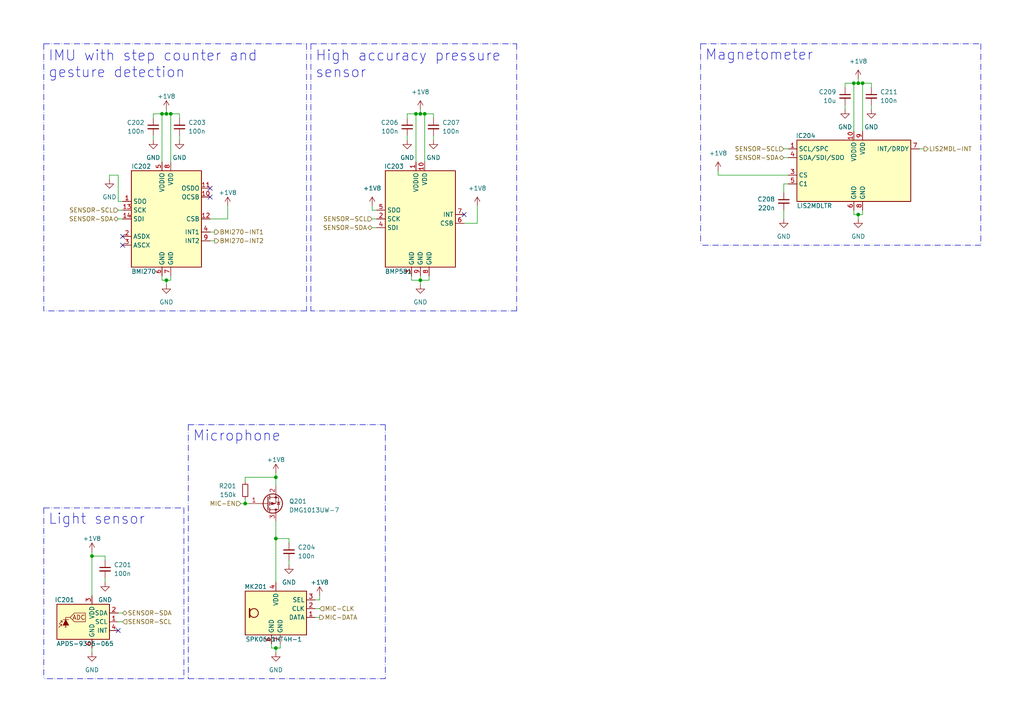
<source format=kicad_sch>
(kicad_sch (version 20250114) (generator "eeschema") (generator_version "9.0")
  (paper "A4")
  (title_block (title "ZSWatch v3") (date "2025-05-05") (rev "0") (company "github.com/jakkra/ZSWatch-HW"))
  (lib_symbols
    (symbol "Bosch_Kampi:BMI270"
      (property "Reference" "IC" (at -8.89 15.24 0))
      (property "Value" "BMI270" (at 0 0 0))
      (symbol "BMI270_1_0"
        (pin bidirectional line (at -12.7 5.08 0) (length 2.54) (name "SDO") (number "1"))
        (pin passive line (at -12.7 2.54 0) (length 2.54) (name "SCK") (number "13"))
        (pin bidirectional line (at -12.7 0 0) (length 2.54) (name "SDI") (number "14"))
        (pin passive line (at -12.7 -5.08 0) (length 2.54) (name "ASDX") (number "2"))
        (pin passive line (at -12.7 -7.62 0) (length 2.54) (name "ASCX") (number "3"))
        (pin power_in line (at -1.27 16.51 270) (length 2.54) (name "VDDIO") (number "5"))
        (pin power_in line (at -1.27 -16.51 90) (length 2.54) (name "GND") (number "6"))
        (pin power_in line (at 1.27 16.51 270) (length 2.54) (name "VDD") (number "8"))
        (pin power_in line (at 1.27 -16.51 90) (length 2.54) (name "GND") (number "7"))
        (pin passive line (at 12.7 8.89 180) (length 2.54) (name "OSDO") (number "11"))
        (pin passive line (at 12.7 6.35 180) (length 2.54) (name "OCSB") (number "10"))
        (pin passive line (at 12.7 0 180) (length 2.54) (name "CSB") (number "12"))
        (pin output line (at 12.7 -3.81 180) (length 2.54) (name "INT1") (number "4"))
        (pin output line (at 12.7 -6.35 180) (length 2.54) (name "INT2") (number "9"))
      )
      (symbol "BMI270_1_1"
        (polyline (pts (xy -10.16 13.97) (xy 10.16 13.97) (xy 10.16 -13.97) (xy -10.16 -13.97) (xy -10.16 13.97)) (stroke (width 0.254)) (fill (type background)))
      )
    )
    (symbol "Bosch_Kampi:BMP581"
      (property "Reference" "IC" (at -8.89 15.24 0))
      (symbol "BMP581_1_0"
        (pin bidirectional line (at -12.7 2.54 0) (length 2.54) (name "SDO") (number "5"))
        (pin input line (at -12.7 0 0) (length 2.54) (name "SCK") (number "2"))
        (pin bidirectional line (at -12.7 -2.54 0) (length 2.54) (name "SDI") (number "4"))
        (pin power_in line (at -2.54 -16.51 90) (length 2.54) (name "GND") (number "3"))
        (pin passive line (at -1.27 16.51 270) (length 2.54) (name "VDDIO") (number "1"))
        (pin power_in line (at 0 -16.51 90) (length 2.54) (name "GND") (number "9"))
        (pin passive line (at 1.27 16.51 270) (length 2.54) (name "VDD") (number "10"))
        (pin power_in line (at 2.54 -16.51 90) (length 2.54) (name "GND") (number "8"))
        (pin passive line (at 12.7 1.27 180) (length 2.54) (name "INT") (number "7"))
        (pin passive line (at 12.7 -1.27 180) (length 2.54) (name "CSB") (number "6"))
      )
      (symbol "BMP581_1_1"
        (polyline (pts (xy -10.16 13.97) (xy 10.16 13.97) (xy 10.16 -13.97) (xy -10.16 -13.97) (xy -10.16 13.97)) (stroke (width 0.254)) (fill (type background)))
      )
    )
    (symbol "Device:C_Small" (pin_numbers (hide yes)) (pin_names (offset 0.254) (hide yes))
      (property "Reference" "C" (at 0.254 1.778 0))
      (property "Value" "C_Small" (at 0.254 -2.032 0))
      (symbol "C_Small_0_1"
        (polyline (pts (xy -1.524 0.508) (xy 1.524 0.508)) (stroke (width 0.3048)))
        (polyline (pts (xy -1.524 -0.508) (xy 1.524 -0.508)) (stroke (width 0.3302)))
      )
      (symbol "C_Small_1_1"
        (pin passive line (at 0 2.54 270) (length 2.032) (name "~") (number "1"))
        (pin passive line (at 0 -2.54 90) (length 2.032) (name "~") (number "2"))
      )
    )
    (symbol "Device:R_Small" (pin_numbers (hide yes)) (pin_names (offset 0.254) (hide yes))
      (property "Reference" "R" (at 0.762 0.508 0))
      (property "Value" "R_Small" (at 0.762 -1.016 0))
      (symbol "R_Small_0_1"
        (rectangle (start -0.762 1.778) (end 0.762 -1.778) (stroke (width 0.2032)))
      )
      (symbol "R_Small_1_1"
        (pin passive line (at 0 2.54 270) (length 0.762) (name "~") (number "1"))
        (pin passive line (at 0 -2.54 90) (length 0.762) (name "~") (number "2"))
      )
    )
    (symbol "Diodes Incorporated:DMG1013UW-7" (pin_names (hide yes))
      (property "Reference" "Q" (at 2.54 1.905 0))
      (property "Value" "DMG1013UW-7" (at -6.35 0 0))
      (symbol "DMG1013UW-7_0_1"
        (polyline (pts (xy -2.286 1.905) (xy -2.286 -1.905)) (stroke (width 0.254)))
        (polyline (pts (xy -2.286 0) (xy -5.08 0)))
        (polyline (pts (xy -1.778 2.286) (xy -1.778 1.27)) (stroke (width 0.254)))
        (polyline (pts (xy -1.778 1.778) (xy 0.762 1.778) (xy 0.762 -1.778) (xy -1.778 -1.778)))
        (polyline (pts (xy -1.778 0.508) (xy -1.778 -0.508)) (stroke (width 0.254)))
        (polyline (pts (xy -1.778 -1.27) (xy -1.778 -2.286)) (stroke (width 0.254)))
        (circle (center -0.889 0) (radius 2.794) (stroke (width 0.254)))
        (polyline (pts (xy -0.254 0) (xy -1.27 0.381) (xy -1.27 -0.381) (xy -0.254 0)) (fill (type outline)))
        (polyline (pts (xy 0 2.54) (xy 0 1.778)))
        (circle (center 0 1.778) (radius 0.254) (fill (type outline)))
        (circle (center 0 -1.778) (radius 0.254) (fill (type outline)))
        (polyline (pts (xy 0 -2.54) (xy 0 0) (xy -1.778 0)))
        (polyline (pts (xy 0.254 -0.508) (xy 0.381 -0.381) (xy 1.143 -0.381) (xy 1.27 -0.254)))
        (polyline (pts (xy 0.762 -0.381) (xy 0.381 0.254) (xy 1.143 0.254) (xy 0.762 -0.381)))
      )
      (symbol "DMG1013UW-7_1_1"
        (pin input line (at -7.62 0 0) (length 2.54) (name "G") (number "1"))
        (pin passive line (at 0 5.08 270) (length 2.54) (name "D") (number "3"))
        (pin passive line (at 0 -5.08 90) (length 2.54) (name "S") (number "2"))
      )
    )
    (symbol "Knowles:SPK0641HT4H-1"
      (property "Reference" "MK" (at -7.62 7.62 0))
      (property "Value" "SPK0641HT4H-1" (at -1.27 -7.62 0))
      (symbol "SPK0641HT4H-1_1_1"
        (rectangle (start -8.89 6.35) (end 8.89 -6.35) (stroke (width 0.254)) (fill (type background)))
        (polyline (pts (xy -7.62 1.27) (xy -7.62 -1.27)) (stroke (width 0.381)))
        (circle (center -6.35 0) (radius 1.27) (stroke (width 0.254)))
        (pin power_in line (at -1.27 -8.89 90) (length 2.54) (hide yes) (name "GND") (number "5"))
        (pin power_in line (at -1.27 -8.89 90) (length 2.54) (name "GND") (number "6"))
        (pin power_in line (at 0 8.89 270) (length 2.54) (name "VDD") (number "4"))
        (pin power_in line (at 1.27 -8.89 90) (length 2.54) (name "GND") (number "7"))
        (pin power_in line (at 1.27 -8.89 90) (length 2.54) (hide yes) (name "GND") (number "8"))
        (pin input line (at 11.43 3.81 180) (length 2.54) (name "SEL") (number "3"))
        (pin input line (at 11.43 1.27 180) (length 2.54) (name "CLK") (number "2"))
        (pin output line (at 11.43 -1.27 180) (length 2.54) (name "DATA") (number "1"))
      )
    )
    (symbol "ST:LIS2MDLTR"
      (property "Reference" "IC" (at -16.51 11.43 0))
      (symbol "LIS2MDLTR_1_0"
        (pin passive line (at -20.32 7.62 0) (length 2.54) (name "SCL/SPC") (number "1"))
        (pin passive line (at -20.32 5.08 0) (length 2.54) (name "SDA/SDI/SDO") (number "4"))
        (pin passive line (at -20.32 0 0) (length 2.54) (name "CS") (number "3"))
        (pin passive line (at -20.32 -2.54 0) (length 2.54) (name "C1") (number "5"))
        (pin power_in line (at -1.27 12.7 270) (length 2.54) (name "VDDIO") (number "10"))
        (pin passive line (at -1.27 -10.16 90) (length 2.54) (name "GND") (number "6"))
        (pin power_in line (at 1.27 12.7 270) (length 2.54) (name "VDD") (number "9"))
        (pin passive line (at 1.27 -10.16 90) (length 2.54) (name "GND") (number "8"))
        (pin passive line (at 17.78 7.62 180) (length 2.54) (name "INT/DRDY") (number "7"))
        (pin no_connect line (at 17.78 0 180) (length 2.54) (hide yes) (name "NC") (number "2"))
        (pin no_connect line (at 17.78 -2.54 180) (length 2.54) (hide yes) (name "NC") (number "11"))
        (pin no_connect line (at 17.78 -5.08 180) (length 2.54) (hide yes) (name "NC") (number "12"))
      )
      (symbol "LIS2MDLTR_1_1"
        (polyline (pts (xy -17.78 10.16) (xy 15.24 10.16) (xy 15.24 -7.62) (xy -17.78 -7.62) (xy -17.78 10.16)) (stroke (width 0.254)) (fill (type background)))
      )
    )
    (symbol "Sensor_Optical:APDS-9306-065"
      (property "Reference" "U" (at -6.35 6.35 0))
      (property "Value" "APDS-9306-065" (at 3.81 6.35 0))
      (symbol "APDS-9306-065_0_0"
        (polyline (pts (xy -3.81 1.27) (xy -2.54 2.54) (xy 0.635 2.54) (xy 0.635 0) (xy -2.54 0) (xy -3.81 1.27)))
        (text "ADC" (at -1.27 1.27 0) (effects (font (size 1.27 1.27))))
      )
      (symbol "APDS-9306-065_0_1"
        (rectangle (start -7.62 5.08) (end 7.62 -5.08) (stroke (width 0.254)) (fill (type background)))
      )
      (symbol "APDS-9306-065_1_0"
        (polyline (pts (xy -5.08 -1.524) (xy -5.08 1.27) (xy -3.81 1.27)))
      )
      (symbol "APDS-9306-065_1_1"
        (polyline (pts (xy -6.223 -0.762) (xy -7.112 -1.651)))
        (polyline (pts (xy -6.223 -0.762) (xy -6.731 -0.762)))
        (polyline (pts (xy -6.223 -0.762) (xy -6.223 -1.27)))
        (polyline (pts (xy -6.096 0.254) (xy -6.985 -0.635)))
        (polyline (pts (xy -6.096 0.254) (xy -6.604 0.254)))
        (polyline (pts (xy -6.096 0.254) (xy -6.096 -0.254)))
        (polyline (pts (xy -5.842 0.635) (xy -4.191 0.635)))
        (polyline (pts (xy -5.842 -1.016) (xy -4.191 -1.016) (xy -5.08 0.635) (xy -5.842 -1.016)) (fill (type outline)))
        (polyline (pts (xy -4.826 -1.524) (xy -5.334 -1.524)))
        (pin no_connect line (at -7.62 2.54 0) (length 2.54) (hide yes) (name "NC") (number "5"))
        (pin power_in line (at 2.54 7.62 270) (length 2.54) (name "VDD") (number "3"))
        (pin power_in line (at 2.54 -7.62 90) (length 2.54) (name "GND") (number "6"))
        (pin bidirectional line (at 10.16 2.54 180) (length 2.54) (name "SDA") (number "2"))
        (pin input line (at 10.16 0 180) (length 2.54) (name "SCL") (number "1"))
        (pin open_collector line (at 10.16 -2.54 180) (length 2.54) (name "INT") (number "4"))
      )
    )
    (symbol "power:+1V8" (power) (pin_names (offset 0))
      (property "Value" "+1V8" (at 0 3.556 0))
      (symbol "+1V8_0_1"
        (polyline (pts (xy -0.762 1.27) (xy 0 2.54)))
        (polyline (pts (xy 0 2.54) (xy 0.762 1.27)))
        (polyline (pts (xy 0 0) (xy 0 2.54)))
      )
      (symbol "+1V8_1_1"
        (pin power_in line (at 0 0 90) (length 0) (hide yes) (name "+1V8") (number "1"))
      )
    )
    (symbol "power:GND" (power) (pin_names (offset 0))
      (property "Value" "GND" (at 0 -3.81 0))
      (symbol "GND_0_1"
        (polyline (pts (xy 0 0) (xy 0 -1.27) (xy 1.27 -1.27) (xy 0 -2.54) (xy -1.27 -1.27) (xy 0 -1.27)))
      )
      (symbol "GND_1_1"
        (pin power_in line (at 0 0 270) (length 0) (hide yes) (name "GND") (number "1"))
      )
    )
  )
  (text "Magnetometer" (at 204.47 17.78 0) (effects (font (size 3 3)) (justify left bottom)))
  (text "High accuracy pressure\nsensor" (at 91.44 22.86 0) (effects (font (size 3 3)) (justify left bottom)))
  (text "Microphone" (at 55.88 128.27 0) (effects (font (size 3 3)) (justify left bottom)))
  (text "Light sensor" (at 13.97 152.4 0) (effects (font (size 3 3)) (justify left bottom)))
  (text "IMU with step counter and\ngesture detection" (at 13.97 22.86 0) (effects (font (size 3 3)) (justify left bottom)))
  (junction (at 71.12 146.05))
  (junction (at 48.26 81.28))
  (junction (at 80.01 156.21))
  (junction (at 248.92 62.23))
  (junction (at 247.65 24.13))
  (junction (at 123.19 33.02))
  (junction (at 80.01 138.43))
  (junction (at 250.19 24.13))
  (junction (at 121.92 81.28))
  (junction (at 49.53 33.02))
  (junction (at 48.26 33.02))
  (junction (at 26.67 161.29))
  (junction (at 248.92 24.13))
  (junction (at 120.65 33.02))
  (junction (at 80.01 187.96))
  (junction (at 121.92 33.02))
  (junction (at 46.99 33.02))
  (no_connect (at 35.56 68.58))
  (no_connect (at 60.96 57.15))
  (no_connect (at 60.96 54.61))
  (no_connect (at 34.29 182.88))
  (no_connect (at 134.62 62.23))
  (no_connect (at 35.56 71.12))
  (wire (pts (xy 92.71 172.72) (xy 92.71 173.99)))
  (polyline (pts (xy 111.76 123.19) (xy 111.76 196.85)) (stroke (width 0) (type dash_dot)))
  (wire (pts (xy 78.74 187.96) (xy 80.01 187.96)))
  (wire (pts (xy 48.26 33.02) (xy 49.53 33.02)))
  (wire (pts (xy 250.19 24.13) (xy 252.73 24.13)))
  (wire (pts (xy 119.38 80.01) (xy 119.38 81.28)))
  (wire (pts (xy 46.99 81.28) (xy 48.26 81.28)))
  (wire (pts (xy 81.28 187.96) (xy 81.28 186.69)))
  (wire (pts (xy 60.96 63.5) (xy 66.04 63.5)))
  (wire (pts (xy 121.92 81.28) (xy 121.92 82.55)))
  (wire (pts (xy 125.73 33.02) (xy 123.19 33.02)))
  (wire (pts (xy 83.82 162.56) (xy 83.82 163.83)))
  (wire (pts (xy 49.53 80.01) (xy 49.53 81.28)))
  (polyline (pts (xy 88.9 90.17) (xy 12.7 90.17)) (stroke (width 0) (type dash_dot)))
  (polyline (pts (xy 203.2 12.7) (xy 284.48 12.7)) (stroke (width 0) (type dash_dot)))
  (wire (pts (xy 248.92 63.5) (xy 248.92 62.23)))
  (wire (pts (xy 44.45 39.37) (xy 44.45 40.64)))
  (wire (pts (xy 109.22 66.04) (xy 107.95 66.04)))
  (polyline (pts (xy 90.17 12.7) (xy 90.17 90.17)) (stroke (width 0) (type dash_dot)))
  (wire (pts (xy 30.48 162.56) (xy 30.48 161.29)))
  (wire (pts (xy 266.7 43.18) (xy 267.97 43.18)))
  (polyline (pts (xy 88.9 12.7) (xy 88.9 90.17)) (stroke (width 0) (type dash_dot)))
  (wire (pts (xy 125.73 39.37) (xy 125.73 40.64)))
  (polyline (pts (xy 90.17 12.7) (xy 149.86 12.7)) (stroke (width 0) (type dash_dot)))
  (wire (pts (xy 80.01 156.21) (xy 80.01 168.91)))
  (wire (pts (xy 34.29 63.5) (xy 35.56 63.5)))
  (wire (pts (xy 80.01 187.96) (xy 81.28 187.96)))
  (wire (pts (xy 62.23 67.31) (xy 60.96 67.31)))
  (wire (pts (xy 247.65 24.13) (xy 248.92 24.13)))
  (wire (pts (xy 107.95 60.96) (xy 107.95 59.69)))
  (polyline (pts (xy 12.7 147.32) (xy 53.34 147.32)) (stroke (width 0) (type dash_dot)))
  (wire (pts (xy 91.44 179.07) (xy 92.71 179.07)))
  (wire (pts (xy 60.96 69.85) (xy 62.23 69.85)))
  (wire (pts (xy 49.53 33.02) (xy 49.53 46.99)))
  (wire (pts (xy 252.73 24.13) (xy 252.73 25.4)))
  (wire (pts (xy 118.11 33.02) (xy 118.11 34.29)))
  (wire (pts (xy 78.74 186.69) (xy 78.74 187.96)))
  (wire (pts (xy 91.44 173.99) (xy 92.71 173.99)))
  (wire (pts (xy 91.44 176.53) (xy 92.71 176.53)))
  (wire (pts (xy 48.26 81.28) (xy 48.26 82.55)))
  (wire (pts (xy 80.01 138.43) (xy 71.12 138.43)))
  (polyline (pts (xy 54.61 123.19) (xy 54.61 196.85)) (stroke (width 0) (type dash_dot)))
  (polyline (pts (xy 149.86 12.7) (xy 149.86 90.17)) (stroke (width 0) (type dash_dot)))
  (wire (pts (xy 227.33 45.72) (xy 228.6 45.72)))
  (polyline (pts (xy 12.7 147.32) (xy 12.7 196.85)) (stroke (width 0) (type dash_dot)))
  (wire (pts (xy 69.85 146.05) (xy 71.12 146.05)))
  (wire (pts (xy 248.92 22.86) (xy 248.92 24.13)))
  (wire (pts (xy 120.65 33.02) (xy 121.92 33.02)))
  (wire (pts (xy 35.56 58.42) (xy 34.29 58.42)))
  (polyline (pts (xy 53.34 147.32) (xy 53.34 196.85)) (stroke (width 0) (type dash_dot)))
  (polyline (pts (xy 149.86 90.17) (xy 90.17 90.17)) (stroke (width 0) (type dash_dot)))
  (wire (pts (xy 34.29 50.8) (xy 31.75 50.8)))
  (wire (pts (xy 34.29 58.42) (xy 34.29 50.8)))
  (polyline (pts (xy 54.61 196.85) (xy 111.76 196.85)) (stroke (width 0) (type dash_dot)))
  (wire (pts (xy 26.67 161.29) (xy 30.48 161.29)))
  (wire (pts (xy 247.65 60.96) (xy 247.65 62.23)))
  (wire (pts (xy 46.99 33.02) (xy 44.45 33.02)))
  (wire (pts (xy 227.33 60.96) (xy 227.33 63.5)))
  (wire (pts (xy 46.99 80.01) (xy 46.99 81.28)))
  (polyline (pts (xy 12.7 12.7) (xy 88.9 12.7)) (stroke (width 0) (type dash_dot)))
  (polyline (pts (xy 284.48 71.12) (xy 203.2 71.12)) (stroke (width 0) (type dash_dot)))
  (wire (pts (xy 248.92 62.23) (xy 247.65 62.23)))
  (wire (pts (xy 121.92 31.75) (xy 121.92 33.02)))
  (wire (pts (xy 250.19 24.13) (xy 250.19 38.1)))
  (wire (pts (xy 227.33 53.34) (xy 228.6 53.34)))
  (wire (pts (xy 245.11 30.48) (xy 245.11 31.75)))
  (wire (pts (xy 228.6 50.8) (xy 208.28 50.8)))
  (wire (pts (xy 120.65 33.02) (xy 120.65 46.99)))
  (wire (pts (xy 46.99 33.02) (xy 48.26 33.02)))
  (wire (pts (xy 248.92 24.13) (xy 250.19 24.13)))
  (wire (pts (xy 26.67 187.96) (xy 26.67 189.23)))
  (wire (pts (xy 124.46 81.28) (xy 121.92 81.28)))
  (wire (pts (xy 66.04 63.5) (xy 66.04 59.69)))
  (wire (pts (xy 83.82 156.21) (xy 80.01 156.21)))
  (polyline (pts (xy 12.7 12.7) (xy 12.7 90.17)) (stroke (width 0) (type dash_dot)))
  (wire (pts (xy 52.07 33.02) (xy 52.07 34.29)))
  (wire (pts (xy 107.95 63.5) (xy 109.22 63.5)))
  (wire (pts (xy 80.01 187.96) (xy 80.01 189.23)))
  (wire (pts (xy 34.29 180.34) (xy 35.56 180.34)))
  (wire (pts (xy 31.75 50.8) (xy 31.75 52.07)))
  (wire (pts (xy 120.65 33.02) (xy 118.11 33.02)))
  (wire (pts (xy 46.99 46.99) (xy 46.99 33.02)))
  (wire (pts (xy 138.43 59.69) (xy 138.43 64.77)))
  (wire (pts (xy 26.67 160.02) (xy 26.67 161.29)))
  (wire (pts (xy 121.92 33.02) (xy 123.19 33.02)))
  (wire (pts (xy 227.33 43.18) (xy 228.6 43.18)))
  (wire (pts (xy 34.29 177.8) (xy 35.56 177.8)))
  (wire (pts (xy 245.11 24.13) (xy 247.65 24.13)))
  (wire (pts (xy 49.53 33.02) (xy 52.07 33.02)))
  (wire (pts (xy 52.07 39.37) (xy 52.07 40.64)))
  (wire (pts (xy 44.45 33.02) (xy 44.45 34.29)))
  (wire (pts (xy 49.53 81.28) (xy 48.26 81.28)))
  (wire (pts (xy 121.92 80.01) (xy 121.92 81.28)))
  (wire (pts (xy 71.12 146.05) (xy 71.12 144.78)))
  (polyline (pts (xy 53.34 196.85) (xy 12.7 196.85)) (stroke (width 0) (type dash_dot)))
  (wire (pts (xy 121.92 81.28) (xy 119.38 81.28)))
  (wire (pts (xy 208.28 49.53) (xy 208.28 50.8)))
  (wire (pts (xy 34.29 60.96) (xy 35.56 60.96)))
  (wire (pts (xy 125.73 33.02) (xy 125.73 34.29)))
  (wire (pts (xy 48.26 31.75) (xy 48.26 33.02)))
  (wire (pts (xy 83.82 156.21) (xy 83.82 157.48)))
  (wire (pts (xy 248.92 62.23) (xy 250.19 62.23)))
  (wire (pts (xy 245.11 25.4) (xy 245.11 24.13)))
  (wire (pts (xy 138.43 64.77) (xy 134.62 64.77)))
  (wire (pts (xy 80.01 151.13) (xy 80.01 156.21)))
  (wire (pts (xy 247.65 24.13) (xy 247.65 38.1)))
  (wire (pts (xy 80.01 137.16) (xy 80.01 138.43)))
  (wire (pts (xy 30.48 167.64) (xy 30.48 168.91)))
  (wire (pts (xy 72.39 146.05) (xy 71.12 146.05)))
  (wire (pts (xy 109.22 60.96) (xy 107.95 60.96)))
  (polyline (pts (xy 54.61 123.19) (xy 111.76 123.19)) (stroke (width 0) (type dash_dot)))
  (wire (pts (xy 123.19 33.02) (xy 123.19 46.99)))
  (wire (pts (xy 118.11 39.37) (xy 118.11 40.64)))
  (wire (pts (xy 80.01 138.43) (xy 80.01 140.97)))
  (polyline (pts (xy 284.48 12.7) (xy 284.48 71.12)) (stroke (width 0) (type dash_dot)))
  (wire (pts (xy 26.67 161.29) (xy 26.67 172.72)))
  (wire (pts (xy 124.46 80.01) (xy 124.46 81.28)))
  (wire (pts (xy 71.12 138.43) (xy 71.12 139.7)))
  (polyline (pts (xy 203.2 12.7) (xy 203.2 71.12)) (stroke (width 0) (type dash_dot)))
  (wire (pts (xy 252.73 31.75) (xy 252.73 30.48)))
  (wire (pts (xy 227.33 55.88) (xy 227.33 53.34)))
  (wire (pts (xy 250.19 62.23) (xy 250.19 60.96)))
  (hierarchical_label "LIS2MDL-INT" (shape output) (at 267.97 43.18 0))
  (hierarchical_label "MIC-DATA" (shape output) (at 92.71 179.07 0))
  (hierarchical_label "MIC-EN" (shape input) (at 69.85 146.05 180))
  (hierarchical_label "SENSOR-SCL" (shape input) (at 35.56 180.34 0))
  (hierarchical_label "SENSOR-SCL" (shape input) (at 227.33 43.18 180))
  (hierarchical_label "SENSOR-SDA" (shape bidirectional) (at 227.33 45.72 180))
  (hierarchical_label "BMI270-INT1" (shape output) (at 62.23 67.31 0))
  (hierarchical_label "SENSOR-SDA" (shape bidirectional) (at 34.29 63.5 180))
  (hierarchical_label "BMI270-INT2" (shape output) (at 62.23 69.85 0))
  (hierarchical_label "SENSOR-SCL" (shape input) (at 34.29 60.96 180))
  (hierarchical_label "SENSOR-SDA" (shape bidirectional) (at 35.56 177.8 0))
  (hierarchical_label "MIC-CLK" (shape input) (at 92.71 176.53 0))
  (hierarchical_label "SENSOR-SDA" (shape bidirectional) (at 107.95 66.04 180))
  (hierarchical_label "SENSOR-SCL" (shape input) (at 107.95 63.5 180))
  (symbol (lib_id "power:GND") (at 245.11 31.75 0) (unit 1)
    (property "Reference" "#PWR0224" (effects (hide yes)))
    (property "Value" "GND" (at 245.11 36.83 0))
  )
  (symbol (lib_id "power:GND") (at 248.92 63.5 0) (unit 1)
    (property "Reference" "#PWR0227" (effects (hide yes)))
    (property "Value" "GND" (at 248.92 68.58 0))
  )
  (symbol (lib_id "Device:C_Small") (at 252.73 27.94 0) (mirror y) (unit 1)
    (property "Reference" "C211" (at 255.27 26.6763 0) (effects (justify right)))
    (property "Value" "100n" (at 255.27 29.2163 0) (effects (justify right)))
    (property "Footprint" "Capacitor_SMD:C_0603_1608Metric" (effects (hide yes)))
    (property "Mfr." "KYOCERA AVX" (effects (hide yes)))
    (property "Mfr. No." "06035C104KAT2A" (effects (hide yes)))
    (property "Distributor" "Mouser" (effects (hide yes)))
    (property "Order Number" "581-06035C104KAT2A" (effects (hide yes)))
  )
  (symbol (lib_id "power:GND") (at 83.82 163.83 0) (unit 1)
    (property "Reference" "#PWR0212" (effects (hide yes)))
    (property "Value" "GND" (at 83.82 168.91 0))
  )
  (symbol (lib_id "power:GND") (at 26.67 189.23 0) (unit 1)
    (property "Reference" "#PWR0202" (effects (hide yes)))
    (property "Value" "GND" (at 26.67 194.31 0))
  )
  (symbol (lib_id "Device:C_Small") (at 118.11 36.83 180) (unit 1)
    (property "Reference" "C206" (at 115.57 35.5536 0) (effects (justify left)))
    (property "Value" "100n" (at 115.57 38.0936 0) (effects (justify left)))
    (property "Footprint" "Capacitor_SMD:C_0603_1608Metric" (effects (hide yes)))
    (property "Mfr." "KYOCERA AVX" (effects (hide yes)))
    (property "Mfr. No." "06035C104KAT2A" (effects (hide yes)))
    (property "Distributor" "Mouser" (effects (hide yes)))
    (property "Order Number" "581-06035C104KAT2A" (effects (hide yes)))
  )
  (symbol (lib_id "power:GND") (at 52.07 40.64 0) (unit 1)
    (property "Reference" "#PWR0208" (effects (hide yes)))
    (property "Value" "GND" (at 52.07 45.72 0))
  )
  (symbol (lib_id "Device:C_Small") (at 227.33 58.42 0) (unit 1)
    (property "Reference" "C208" (at 224.79 57.7913 0) (effects (justify right)))
    (property "Value" "220n" (at 224.79 60.3313 0) (effects (justify right)))
    (property "Footprint" "Capacitor_SMD:C_0603_1608Metric" (effects (hide yes)))
    (property "Mfr." "KYOCERA AVX" (effects (hide yes)))
    (property "Mfr. No." "06033C224KAT2A" (effects (hide yes)))
    (property "Distributor" "Mouser" (effects (hide yes)))
    (property "Order Number" "581-06033C224KAT2A" (effects (hide yes)))
  )
  (symbol (lib_id "power:+1V8") (at 138.43 59.69 0) (unit 1)
    (property "Reference" "#PWR0220" (effects (hide yes)))
    (property "Value" "+1V8" (at 138.43 54.61 0))
  )
  (symbol (lib_id "power:+1V8") (at 92.71 172.72 0) (unit 1)
    (property "Reference" "#PWR0213" (effects (hide yes)))
    (property "Value" "+1V8" (at 92.71 168.91 0))
  )
  (symbol (lib_id "power:GND") (at 125.73 40.64 0) (mirror y) (unit 1)
    (property "Reference" "#PWR0219" (effects (hide yes)))
    (property "Value" "GND" (at 125.73 45.72 0))
  )
  (symbol (lib_id "Bosch_Kampi:BMI270") (at 48.26 63.5 0) (unit 1)
    (property "Reference" "IC202" (at 38.1 48.26 0) (effects (justify left)))
    (property "Value" "BMI270" (at 38.1 78.74 0) (effects (justify left)))
    (property "Footprint" "Package_LGA_Kampi:Bosch_LGA-14_3x2.5mm_P0.5mm_LayoutBorder3x4y" (effects (hide yes)))
    (property "Datasheet" "https://www.bosch-sensortec.com/media/boschsensortec/downloads/datasheets/bst-bmi270-ds000.pdf" (effects (hide yes)))
    (property "Mfr." "Bosch" (effects (hide yes)))
    (property "Mfr. No." "BMI270" (effects (hide yes)))
    (property "Distributor" "Mouser" (effects (hide yes)))
    (property "Order Number" "262-BMI270" (effects (hide yes)))
  )
  (symbol (lib_id "Device:C_Small") (at 125.73 36.83 0) (mirror y) (unit 1)
    (property "Reference" "C207" (at 128.27 35.5663 0) (effects (justify right)))
    (property "Value" "100n" (at 128.27 38.1063 0) (effects (justify right)))
    (property "Footprint" "Capacitor_SMD:C_0603_1608Metric" (effects (hide yes)))
    (property "Mfr." "KYOCERA AVX" (effects (hide yes)))
    (property "Mfr. No." "06035C104KAT2A" (effects (hide yes)))
    (property "Distributor" "Mouser" (effects (hide yes)))
    (property "Order Number" "581-06035C104KAT2A" (effects (hide yes)))
  )
  (symbol (lib_id "Diodes Incorporated:DMG1013UW-7") (at 80.01 146.05 0) (mirror x) (unit 1)
    (property "Reference" "Q201" (at 83.82 145.415 0) (effects (justify left)))
    (property "Value" "DMG1013UW-7" (at 83.82 147.955 0) (effects (justify left)))
    (property "Footprint" "Package_TO_SOT_SMD:SOT-323_SC-70" (effects (hide yes)))
    (property "Datasheet" "https://www.diodes.com/assets/Datasheets/ds31861.pdf" (effects (hide yes)))
    (property "Mfr." "ROHM Semiconductor" (effects (hide yes)))
    (property "Mfr. No." "DMG1013UW-7" (effects (hide yes)))
    (property "Distributor" "Mouser" (effects (hide yes)))
    (property "Order Number" "621-DMG1013UW-7" (effects (hide yes)))
    (property "CONFIG" "-ENV" (effects (hide yes)))
  )
  (symbol (lib_id "Sensor_Optical:APDS-9306-065") (at 24.13 180.34 0) (unit 1)
    (property "Reference" "IC201" (at 21.59 173.99 0) (effects (justify right)))
    (property "Value" "APDS-9306-065" (at 33.02 186.69 0) (effects (justify right)))
    (property "Footprint" "Broadcom:Broadcom_DFN-6_2x2mm_P0.65mm" (effects (hide yes)))
    (property "Datasheet" "https://docs.broadcom.com/docs/AV02-4755EN" (effects (hide yes)))
    (property "Mfr." "Broadcom / Avago" (effects (hide yes)))
    (property "Mfr. No." "APDS-9306-065" (effects (hide yes)))
    (property "Distributor" "Mouser" (effects (hide yes)))
    (property "Order Number" "630-APDS-9306-065" (effects (hide yes)))
  )
  (symbol (lib_id "Device:C_Small") (at 44.45 36.83 0) (unit 1)
    (property "Reference" "C202" (at 41.91 35.5663 0) (effects (justify right)))
    (property "Value" "100n" (at 41.91 38.1063 0) (effects (justify right)))
    (property "Footprint" "Capacitor_SMD:C_0603_1608Metric" (effects (hide yes)))
    (property "Mfr." "KYOCERA AVX" (effects (hide yes)))
    (property "Mfr. No." "06035C104KAT2A" (effects (hide yes)))
    (property "Distributor" "Mouser" (effects (hide yes)))
    (property "Order Number" "581-06035C104KAT2A" (effects (hide yes)))
  )
  (symbol (lib_id "power:GND") (at 227.33 63.5 0) (unit 1)
    (property "Reference" "#PWR0222" (effects (hide yes)))
    (property "Value" "GND" (at 227.33 68.58 0))
  )
  (symbol (lib_id "power:GND") (at 121.92 82.55 0) (unit 1)
    (property "Reference" "#PWR0218" (effects (hide yes)))
    (property "Value" "GND" (at 121.92 87.63 0))
  )
  (symbol (lib_id "power:GND") (at 30.48 168.91 0) (unit 1)
    (property "Reference" "#PWR0203" (effects (hide yes)))
    (property "Value" "GND" (at 30.48 173.99 0))
  )
  (symbol (lib_id "Device:C_Small") (at 30.48 165.1 0) (mirror y) (unit 1)
    (property "Reference" "C201" (at 33.02 163.8363 0) (effects (justify right)))
    (property "Value" "100n" (at 33.02 166.3763 0) (effects (justify right)))
    (property "Footprint" "Capacitor_SMD:C_0603_1608Metric" (effects (hide yes)))
    (property "Mfr." "KYOCERA AVX" (effects (hide yes)))
    (property "Mfr. No." "06035C104KAT2A" (effects (hide yes)))
    (property "Distributor" "Mouser" (effects (hide yes)))
    (property "Order Number" "581-06035C104KAT2A" (effects (hide yes)))
  )
  (symbol (lib_id "ST:LIS2MDLTR") (at 248.92 50.8 0) (unit 1)
    (property "Reference" "IC204" (at 233.68 39.37 0))
    (property "Value" "LIS2MDLTR" (at 236.22 59.69 0))
    (property "Footprint" "Package_LGA_Kampi:LGA-12_2x2mm_P0.5mm" (effects (hide yes)))
    (property "Datasheet" "http://www.st.com/content/ccc/resource/technical/document/datasheet/group3/29/13/d1/e0/9a/4d/4f/30/DM00395193/files/DM00395193.pdf/jcr:content/translations/en.DM00395193.pdf" (effects (hide yes)))
    (property "Mfr." "STMicroelectronics" (effects (hide yes)))
    (property "Mfr. No." "LIS2MDLTR" (effects (hide yes)))
    (property "Distributor" "Mouser" (effects (hide yes)))
    (property "Order Number" "511-LIS2MDLTR" (effects (hide yes)))
  )
  (symbol (lib_id "power:+1V8") (at 121.92 31.75 0) (unit 1)
    (property "Reference" "#PWR0217" (effects (hide yes)))
    (property "Value" "+1V8" (at 121.92 26.67 0))
  )
  (symbol (lib_id "power:+1V8") (at 107.95 59.69 0) (unit 1)
    (property "Reference" "#PWR0215" (effects (hide yes)))
    (property "Value" "+1V8" (at 107.95 54.61 0))
  )
  (symbol (lib_id "power:GND") (at 31.75 52.07 0) (unit 1)
    (property "Reference" "#PWR0204" (effects (hide yes)))
    (property "Value" "GND" (at 31.75 57.15 0))
  )
  (symbol (lib_id "Device:R_Small") (at 71.12 142.24 0) (mirror x) (unit 1)
    (property "Reference" "R201" (at 68.58 140.97 0) (effects (justify right)))
    (property "Value" "150k" (at 68.58 143.51 0) (effects (justify right)))
    (property "Footprint" "Resistor_SMD:R_0603_1608Metric" (effects (hide yes)))
    (property "Datasheet" "https://www.mouser.de/datasheet/2/447/YAGEO_PYu_RC_Group_51_RoHS_L_12-3313492.pdf" (effects (hide yes)))
    (property "Distributor" "Mouser" (effects (hide yes)))
    (property "Mfr." "YAGEO" (effects (hide yes)))
    (property "Mfr. No." "RC0603FR-07150KL" (effects (hide yes)))
    (property "Order Number" "603-RC0603FR-07150KL" (effects (hide yes)))
    (property "CONFIG" "-ENV" (effects (hide yes)))
  )
  (symbol (lib_id "power:GND") (at 44.45 40.64 0) (unit 1)
    (property "Reference" "#PWR0205" (effects (hide yes)))
    (property "Value" "GND" (at 44.45 45.72 0))
  )
  (symbol (lib_id "power:+1V8") (at 48.26 31.75 0) (unit 1)
    (property "Reference" "#PWR0206" (effects (hide yes)))
    (property "Value" "+1V8" (at 48.26 27.94 0))
  )
  (symbol (lib_id "power:GND") (at 80.01 189.23 0) (unit 1)
    (property "Reference" "#PWR0211" (effects (hide yes)))
    (property "Value" "GND" (at 80.01 194.31 0))
  )
  (symbol (lib_id "power:+1V8") (at 26.67 160.02 0) (unit 1)
    (property "Reference" "#PWR0201" (effects (hide yes)))
    (property "Value" "+1V8" (at 26.67 156.21 0))
  )
  (symbol (lib_id "power:GND") (at 48.26 82.55 0) (unit 1)
    (property "Reference" "#PWR0207" (effects (hide yes)))
    (property "Value" "GND" (at 48.26 87.63 0))
  )
  (symbol (lib_id "power:+1V8") (at 80.01 137.16 0) (unit 1)
    (property "Reference" "#PWR0210" (effects (hide yes)))
    (property "Value" "+1V8" (at 80.01 133.35 0))
  )
  (symbol (lib_id "Knowles:SPK0641HT4H-1") (at 80.01 177.8 0) (unit 1)
    (property "Reference" "MK201" (at 77.47 170.18 0) (effects (justify right)))
    (property "Value" "SPK0641HT4H-1" (at 87.63 185.42 0) (effects (justify right)))
    (property "Footprint" "Knowles:SPK0641HT4H-1" (effects (hide yes)))
    (property "Datasheet" "https://www.knowles.com/docs/default-source/model-downloads/spk0641ht4h-1-rev-a.pdf" (effects (hide yes)))
    (property "Mfr." "Knowles" (effects (hide yes)))
    (property "Mfr. No." "SPK0641HT4H-1" (effects (hide yes)))
    (property "Distributor" "Mouser" (effects (hide yes)))
    (property "Order Number" "721-SPK0641HT4H-1" (effects (hide yes)))
    (property "CONFIG" "-ENV" (effects (hide yes)))
  )
  (symbol (lib_id "power:GND") (at 118.11 40.64 0) (unit 1)
    (property "Reference" "#PWR0216" (effects (hide yes)))
    (property "Value" "GND" (at 118.11 45.72 0))
  )
  (symbol (lib_id "Device:C_Small") (at 83.82 160.02 0) (mirror y) (unit 1)
    (property "Reference" "C204" (at 86.36 158.7563 0) (effects (justify right)))
    (property "Value" "100n" (at 86.36 161.2963 0) (effects (justify right)))
    (property "Footprint" "Capacitor_SMD:C_0603_1608Metric" (effects (hide yes)))
    (property "Mfr." "KYOCERA AVX" (effects (hide yes)))
    (property "Mfr. No." "06035C104KAT2A" (effects (hide yes)))
    (property "Distributor" "Mouser" (effects (hide yes)))
    (property "Order Number" "581-06035C104KAT2A" (effects (hide yes)))
  )
  (symbol (lib_id "power:+1V8") (at 208.28 49.53 0) (unit 1)
    (property "Reference" "#PWR0221" (effects (hide yes)))
    (property "Value" "+1V8" (at 208.28 44.45 0))
  )
  (symbol (lib_id "power:+1V8") (at 66.04 59.69 0) (unit 1)
    (property "Reference" "#PWR0209" (effects (hide yes)))
    (property "Value" "+1V8" (at 66.04 55.88 0))
  )
  (symbol (lib_id "Bosch_Kampi:BMP581") (at 121.92 63.5 0) (unit 1)
    (property "Reference" "IC203" (at 114.3 48.26 0))
    (property "Value" "BMP581" (at 115.57 78.74 0))
    (property "Footprint" "Package_LGA_Kampi:Bosch_LGA-10_2x2mm_P0.5mm_ClockwisePinNumbering" (effects (hide yes)))
    (property "Datasheet" "https://www.bosch-sensortec.com/media/boschsensortec/downloads/datasheets/bst-bmp581-ds004.pdf" (effects (hide yes)))
    (property "Mfr." "Bosch" (effects (hide yes)))
    (property "Mfr. No." "BMP581" (effects (hide yes)))
    (property "Distributor" "Mouser" (effects (hide yes)))
    (property "Order Number" "262-BMP581" (effects (hide yes)))
  )
  (symbol (lib_id "power:GND") (at 252.73 31.75 0) (unit 1)
    (property "Reference" "#PWR0230" (effects (hide yes)))
    (property "Value" "GND" (at 252.73 36.83 0))
  )
  (symbol (lib_id "Device:C_Small") (at 52.07 36.83 180) (unit 1)
    (property "Reference" "C203" (at 54.61 35.5536 0) (effects (justify right)))
    (property "Value" "100n" (at 54.61 38.0936 0) (effects (justify right)))
    (property "Footprint" "Capacitor_SMD:C_0603_1608Metric" (effects (hide yes)))
    (property "Mfr." "KYOCERA AVX" (effects (hide yes)))
    (property "Mfr. No." "06035C104KAT2A" (effects (hide yes)))
    (property "Distributor" "Mouser" (effects (hide yes)))
    (property "Order Number" "581-06035C104KAT2A" (effects (hide yes)))
  )
  (symbol (lib_id "power:+1V8") (at 248.92 22.86 0) (unit 1)
    (property "Reference" "#PWR0226" (effects (hide yes)))
    (property "Value" "+1V8" (at 248.92 17.78 0))
  )
  (symbol (lib_id "Device:C_Small") (at 245.11 27.94 0) (unit 1)
    (property "Reference" "C209" (at 242.57 26.6763 0) (effects (justify right)))
    (property "Value" "10u" (at 242.57 29.2163 0) (effects (justify right)))
    (property "Footprint" "Capacitor_SMD:C_0603_1608Metric" (effects (hide yes)))
    (property "Mfr." "KYOCERA AVX" (effects (hide yes)))
    (property "Mfr. No." "CM105X5R106M25AT" (effects (hide yes)))
    (property "Distributor" "Mouser" (effects (hide yes)))
    (property "Order Number" "346-CM105X5R106M25AT" (effects (hide yes)))
  )
)
</source>
